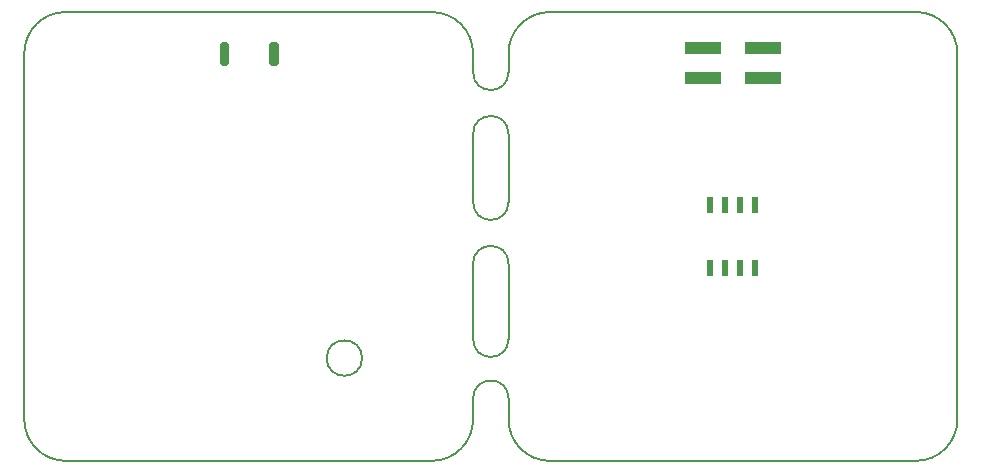
<source format=gbr>
%TF.GenerationSoftware,KiCad,Pcbnew,(5.1.8-0-10_14)*%
%TF.CreationDate,2021-08-30T17:25:51+02:00*%
%TF.ProjectId,ethersweep,65746865-7273-4776-9565-702e6b696361,2.0.1*%
%TF.SameCoordinates,Original*%
%TF.FileFunction,Paste,Bot*%
%TF.FilePolarity,Positive*%
%FSLAX46Y46*%
G04 Gerber Fmt 4.6, Leading zero omitted, Abs format (unit mm)*
G04 Created by KiCad (PCBNEW (5.1.8-0-10_14)) date 2021-08-30 17:25:51*
%MOMM*%
%LPD*%
G01*
G04 APERTURE LIST*
%TA.AperFunction,Profile*%
%ADD10C,0.150000*%
%TD*%
%ADD11R,3.150000X1.000000*%
%ADD12R,0.600000X1.400000*%
G04 APERTURE END LIST*
D10*
X221600000Y-26700000D02*
G75*
G02*
X225100000Y-30200000I0J-3500000D01*
G01*
X184100000Y-60700000D02*
X184100000Y-59400000D01*
X187100000Y-31800000D02*
X187100000Y-30700000D01*
X187100000Y-31800000D02*
G75*
G02*
X184100000Y-31800000I-1500000J0D01*
G01*
X187100000Y-61200000D02*
X187100000Y-59400000D01*
X184100000Y-31800000D02*
X184100000Y-30200000D01*
X184100000Y-59400000D02*
G75*
G02*
X187100000Y-59400000I1500000J0D01*
G01*
X187100000Y-42800000D02*
G75*
G02*
X184100000Y-42800000I-1500000J0D01*
G01*
X184100000Y-37000000D02*
G75*
G02*
X187100000Y-37000000I1500000J0D01*
G01*
X187100000Y-42800000D02*
X187100000Y-37000000D01*
X184100000Y-54400000D02*
X184100000Y-48000000D01*
X184100000Y-48000000D02*
G75*
G02*
X187100000Y-48000000I1500000J0D01*
G01*
X184100000Y-42800000D02*
X184100000Y-37000000D01*
X187100000Y-54400000D02*
X187100000Y-48000000D01*
X187100000Y-54400000D02*
G75*
G02*
X184100000Y-54400000I-1500000J0D01*
G01*
X184100000Y-61200000D02*
X184100000Y-60700000D01*
X187100000Y-30200000D02*
X187100000Y-30700000D01*
X174700000Y-56000000D02*
G75*
G03*
X174700000Y-56000000I-1500000J0D01*
G01*
X149600000Y-64700000D02*
G75*
G02*
X146100000Y-61200000I0J3500000D01*
G01*
X149600000Y-64700000D02*
X180600000Y-64700000D01*
X190600000Y-26700000D02*
X221600000Y-26700000D01*
X187100000Y-30200000D02*
G75*
G02*
X190600000Y-26700000I3500000J0D01*
G01*
X225100000Y-61200000D02*
G75*
G02*
X221600000Y-64700000I-3500000J0D01*
G01*
X190600000Y-64700000D02*
G75*
G02*
X187100000Y-61200000I0J3500000D01*
G01*
X190600000Y-64700000D02*
X221600000Y-64700000D01*
X225100000Y-61200000D02*
X225100000Y-30200000D01*
X146100000Y-30200000D02*
X146100000Y-61200000D01*
X184100000Y-61200000D02*
G75*
G02*
X180600000Y-64700000I-3500000J0D01*
G01*
X180600000Y-26700000D02*
G75*
G02*
X184100000Y-30200000I0J-3500000D01*
G01*
X146100000Y-30200000D02*
G75*
G02*
X149600000Y-26700000I3500000J0D01*
G01*
X180600000Y-26700000D02*
X149600000Y-26700000D01*
D11*
X208625000Y-29730000D03*
X203575000Y-29730000D03*
X208625000Y-32270000D03*
X203575000Y-32270000D03*
G36*
G01*
X163450000Y-29450000D02*
X163450000Y-31050000D01*
G75*
G02*
X163250000Y-31250000I-200000J0D01*
G01*
X162850000Y-31250000D01*
G75*
G02*
X162650000Y-31050000I0J200000D01*
G01*
X162650000Y-29450000D01*
G75*
G02*
X162850000Y-29250000I200000J0D01*
G01*
X163250000Y-29250000D01*
G75*
G02*
X163450000Y-29450000I0J-200000D01*
G01*
G37*
G36*
G01*
X167650000Y-29450000D02*
X167650000Y-31050000D01*
G75*
G02*
X167450000Y-31250000I-200000J0D01*
G01*
X167050000Y-31250000D01*
G75*
G02*
X166850000Y-31050000I0J200000D01*
G01*
X166850000Y-29450000D01*
G75*
G02*
X167050000Y-29250000I200000J0D01*
G01*
X167450000Y-29250000D01*
G75*
G02*
X167650000Y-29450000I0J-200000D01*
G01*
G37*
D12*
X204195000Y-43000000D03*
X205465000Y-43000000D03*
X206735000Y-43000000D03*
X208005000Y-43000000D03*
X208005000Y-48400000D03*
X206735000Y-48400000D03*
X205465000Y-48400000D03*
X204195000Y-48400000D03*
M02*

</source>
